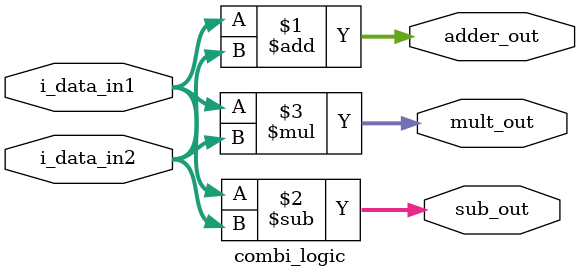
<source format=v>

module combi_logic
 (
   input    [7:0]    i_data_in1,            // data_in
   input    [7:0]    i_data_in2,            // data_in
   output   [8:0]    adder_out,             // adder out
   output   [7:0]    sub_out,               // sub_out
   output   [15:0]   mult_out               // mult_out

 );




assign adder_out = i_data_in1 + i_data_in2;
assign sub_out   = i_data_in1 - i_data_in2;
assign mult_out  = i_data_in1 * i_data_in2;





// end of counter module
endmodule


</source>
